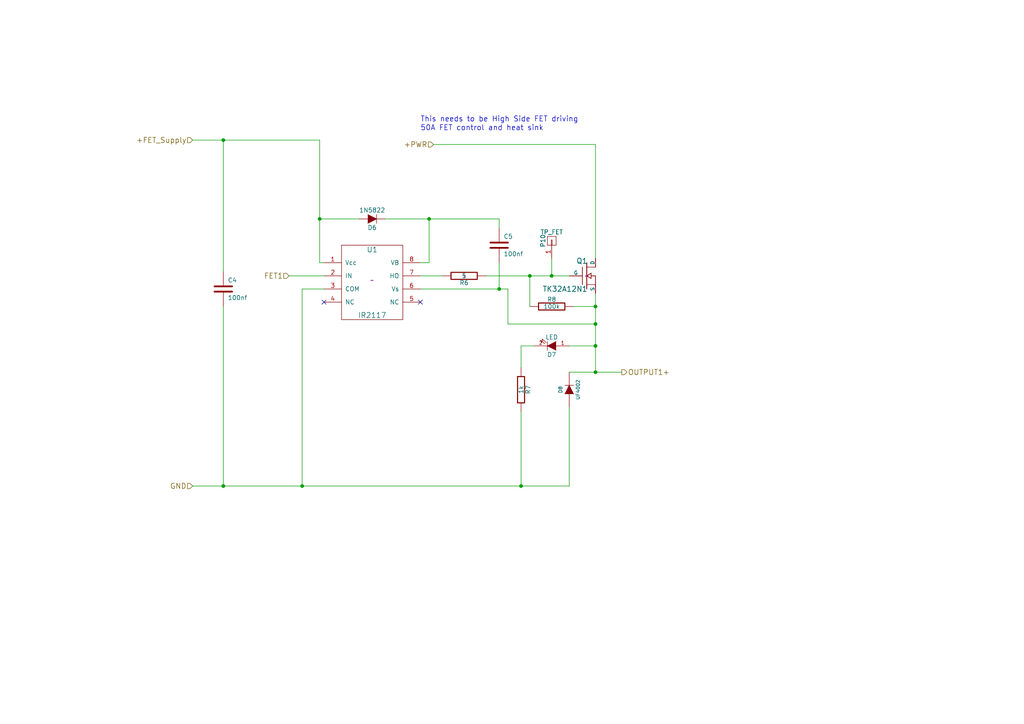
<source format=kicad_sch>
(kicad_sch (version 20230121) (generator eeschema)
  (paper "A4")
  (title_block (title "Renewable Regulator") (date "2017-04-04") (rev "1") (company "RE-Innovation"))
  (lib_symbols
    (symbol "RenewableRegulatorPCB_2017-rescue:C-RESCUE-RenewableRegulatorPCB_2017" (pin_numbers hide) (pin_names (offset 0.254))
      (property "Reference" "C" (at 1.27 2.54 0))
      (property "Value" "C-RESCUE-RenewableRegulatorPCB_2017" (at 1.27 -2.54 0))
      (symbol "C-RESCUE-RenewableRegulatorPCB_2017_0_1"
        (polyline (pts (xy -2.54 -0.762) (xy 2.54 -0.762)) (stroke (width 0.508)))
        (polyline (pts (xy -2.54 0.762) (xy 2.54 0.762)) (stroke (width 0.508)))
      )
      (symbol "C-RESCUE-RenewableRegulatorPCB_2017_1_1"
        (pin passive line (at 0 5.08 270) (length 4.318) (name "~") (number "1"))
        (pin passive line (at 0 -5.08 90) (length 4.318) (name "~") (number "2"))
      )
    )
    (symbol "RenewableRegulatorPCB_2017-rescue:CONN_01X01" (pin_names (offset 1.016) hide)
      (property "Reference" "P" (at 0 2.54 0))
      (property "Value" "CONN_01X01" (at 2.54 0 90))
      (symbol "CONN_01X01_0_1"
        (rectangle (start -1.27 0.127) (end 0.254 -0.127))
        (rectangle (start -1.27 1.27) (end 1.27 -1.27))
      )
      (symbol "CONN_01X01_1_1"
        (pin passive line (at -5.08 0 0) (length 3.81) (name "P1") (number "1"))
      )
    )
    (symbol "RenewableRegulatorPCB_2017-rescue:D" (pin_numbers hide) (pin_names (offset 1.016) hide)
      (property "Reference" "D" (at 0 2.54 0))
      (property "Value" "D" (at 0 -2.54 0))
      (symbol "D_0_1"
        (polyline (pts (xy -1.27 1.27) (xy -1.27 -1.27)) (stroke (width 0.1524)))
        (polyline (pts (xy 1.27 1.27) (xy -1.27 0) (xy 1.27 -1.27)) (fill (type outline)))
      )
      (symbol "D_1_1"
        (pin passive line (at -3.81 0 0) (length 2.54) (name "K") (number "1"))
        (pin passive line (at 3.81 0 180) (length 2.54) (name "A") (number "2"))
      )
    )
    (symbol "RenewableRegulatorPCB_2017-rescue:IR2117" (pin_names (offset 1.016))
      (property "Reference" "U" (at 0 8.89 0))
      (property "Value" "IR2117" (at 0 -10.16 0))
      (symbol "IR2117_0_1"
        (rectangle (start -8.89 10.16) (end 8.89 -11.43))
      )
      (symbol "IR2117_1_1"
        (pin input line (at -13.97 5.08 0) (length 5.08) (name "Vcc") (number "1"))
        (pin input line (at -13.97 1.27 0) (length 5.08) (name "IN") (number "2"))
        (pin input line (at -13.97 -2.54 0) (length 5.08) (name "COM") (number "3"))
        (pin input line (at -13.97 -6.35 0) (length 5.08) (name "NC") (number "4"))
        (pin input line (at 13.97 -6.35 180) (length 5.08) (name "NC") (number "5"))
        (pin input line (at 13.97 -2.54 180) (length 5.08) (name "Vs") (number "6"))
        (pin input line (at 13.97 1.27 180) (length 5.08) (name "HO") (number "7"))
        (pin input line (at 13.97 5.08 180) (length 5.08) (name "VB") (number "8"))
      )
    )
    (symbol "RenewableRegulatorPCB_2017-rescue:LED-RESCUE-RenewableRegulatorPCB_2017" (pin_names (offset 1.016) hide)
      (property "Reference" "D" (at 0 2.54 0))
      (property "Value" "LED-RESCUE-RenewableRegulatorPCB_2017" (at 0 -2.54 0))
      (symbol "LED-RESCUE-RenewableRegulatorPCB_2017_0_1"
        (polyline (pts (xy 1.27 1.27) (xy 1.27 -1.27)))
        (polyline (pts (xy -1.27 1.27) (xy 1.27 0) (xy -1.27 -1.27)) (fill (type outline)))
        (polyline (pts (xy 1.651 -1.016) (xy 2.794 -2.032) (xy 2.667 -1.397)))
        (polyline (pts (xy 2.032 -0.635) (xy 3.175 -1.651) (xy 3.048 -1.016)))
      )
      (symbol "LED-RESCUE-RenewableRegulatorPCB_2017_1_1"
        (pin passive line (at -5.08 0 0) (length 3.81) (name "A") (number "1"))
        (pin passive line (at 5.08 0 180) (length 3.81) (name "K") (number "2"))
      )
    )
    (symbol "RenewableRegulatorPCB_2017-rescue:R-RESCUE-RenewableRegulatorPCB_2017" (pin_numbers hide) (pin_names (offset 0))
      (property "Reference" "R" (at 2.032 0 90))
      (property "Value" "R-RESCUE-RenewableRegulatorPCB_2017" (at 0 0 90))
      (symbol "R-RESCUE-RenewableRegulatorPCB_2017_0_1"
        (rectangle (start -1.016 3.81) (end 1.016 -3.81) (stroke (width 0.3048)))
      )
      (symbol "R-RESCUE-RenewableRegulatorPCB_2017_1_1"
        (pin passive line (at 0 6.35 270) (length 2.54) (name "~") (number "1"))
        (pin passive line (at 0 -6.35 90) (length 2.54) (name "~") (number "2"))
      )
    )
    (symbol "RenewableRegulatorPCB_2017:DIODE" (pin_numbers hide) (pin_names (offset 1.016) hide)
      (property "Reference" "D" (at 0 2.54 0))
      (property "Value" "DIODE" (at 0 -2.54 0))
      (symbol "DIODE_0_1"
        (polyline (pts (xy 1.27 1.27) (xy 1.27 -1.27)) (stroke (width 0.1524)))
        (polyline (pts (xy -1.27 1.27) (xy 1.27 0) (xy -1.27 -1.27)) (fill (type outline)))
      )
      (symbol "DIODE_1_1"
        (pin passive line (at 5.08 0 180) (length 3.81) (name "K") (number "1"))
        (pin passive line (at -5.08 0 0) (length 3.81) (name "A") (number "2"))
      )
    )
    (symbol "RenewableRegulatorPCB_2017:MOSFET_N" (pin_numbers hide) (pin_names (offset 0))
      (property "Reference" "Q" (at 0.254 4.318 0))
      (property "Value" "MOSFET_N" (at 0.254 -3.81 0))
      (symbol "MOSFET_N_0_1"
        (polyline (pts (xy -1.27 -2.54) (xy -1.27 2.54)) (stroke (width 0.2032)))
        (polyline (pts (xy 0 -3.81) (xy 0 3.81)) (stroke (width 0.254)))
        (polyline (pts (xy 2.54 -2.54) (xy 0 -2.54)))
        (polyline (pts (xy 2.54 2.54) (xy 0 2.54)))
        (polyline (pts (xy 2.54 -2.54) (xy 2.54 0) (xy 1.27 0)) (stroke (width 0.2032)))
        (polyline (pts (xy 1.27 0.762) (xy 1.27 -0.762) (xy 0 0) (xy 1.27 0.762) (xy 1.27 0.762)) (stroke (width 0.2032)))
      )
      (symbol "MOSFET_N_1_1"
        (pin passive line (at 2.54 5.08 270) (length 2.54) (name "D") (number "D"))
        (pin input line (at -5.08 0 0) (length 3.81) (name "G") (number "G"))
        (pin passive line (at 2.54 -5.08 90) (length 2.54) (name "S") (number "S"))
      )
    )
  )
  (junction (at 87.63 140.97))
  (junction (at 144.78 83.82))
  (junction (at 124.46 63.5))
  (junction (at 172.72 88.9))
  (junction (at 172.72 107.95))
  (junction (at 153.67 80.01))
  (junction (at 172.72 93.98))
  (junction (at 151.13 140.97))
  (junction (at 64.77 140.97))
  (junction (at 92.71 63.5))
  (junction (at 172.72 100.33))
  (junction (at 160.02 80.01))
  (junction (at 64.77 40.64))
  (no_connect (at 93.98 87.63))
  (no_connect (at 121.92 87.63))
  (wire (pts (xy 147.32 93.98) (xy 172.72 93.98)))
  (wire (pts (xy 151.13 100.33) (xy 154.94 100.33)))
  (wire (pts (xy 55.88 140.97) (xy 64.77 140.97)))
  (wire (pts (xy 172.72 93.98) (xy 172.72 100.33)))
  (wire (pts (xy 172.72 41.91) (xy 172.72 74.93)))
  (wire (pts (xy 151.13 106.68) (xy 151.13 100.33)))
  (wire (pts (xy 125.73 41.91) (xy 172.72 41.91)))
  (wire (pts (xy 153.67 88.9) (xy 153.67 80.01)))
  (wire (pts (xy 144.78 76.2) (xy 144.78 83.82)))
  (wire (pts (xy 124.46 63.5) (xy 124.46 76.2)))
  (wire (pts (xy 64.77 140.97) (xy 87.63 140.97)))
  (wire (pts (xy 64.77 40.64) (xy 92.71 40.64)))
  (wire (pts (xy 172.72 88.9) (xy 172.72 93.98)))
  (wire (pts (xy 124.46 63.5) (xy 144.78 63.5)))
  (wire (pts (xy 151.13 140.97) (xy 165.1 140.97)))
  (wire (pts (xy 165.1 107.95) (xy 172.72 107.95)))
  (wire (pts (xy 160.02 74.93) (xy 160.02 80.01)))
  (wire (pts (xy 92.71 40.64) (xy 92.71 63.5)))
  (wire (pts (xy 121.92 83.82) (xy 144.78 83.82)))
  (wire (pts (xy 92.71 63.5) (xy 104.14 63.5)))
  (wire (pts (xy 172.72 100.33) (xy 172.72 107.95)))
  (wire (pts (xy 166.37 88.9) (xy 172.72 88.9)))
  (wire (pts (xy 144.78 63.5) (xy 144.78 66.04)))
  (wire (pts (xy 165.1 100.33) (xy 172.72 100.33)))
  (wire (pts (xy 83.82 80.01) (xy 93.98 80.01)))
  (wire (pts (xy 124.46 76.2) (xy 121.92 76.2)))
  (wire (pts (xy 55.88 40.64) (xy 64.77 40.64)))
  (wire (pts (xy 64.77 88.9) (xy 64.77 140.97)))
  (wire (pts (xy 172.72 107.95) (xy 180.34 107.95)))
  (wire (pts (xy 87.63 83.82) (xy 87.63 140.97)))
  (wire (pts (xy 147.32 83.82) (xy 147.32 93.98)))
  (wire (pts (xy 151.13 119.38) (xy 151.13 140.97)))
  (wire (pts (xy 87.63 140.97) (xy 151.13 140.97)))
  (wire (pts (xy 140.97 80.01) (xy 153.67 80.01)))
  (wire (pts (xy 144.78 83.82) (xy 147.32 83.82)))
  (wire (pts (xy 64.77 78.74) (xy 64.77 40.64)))
  (wire (pts (xy 160.02 80.01) (xy 165.1 80.01)))
  (wire (pts (xy 111.76 63.5) (xy 124.46 63.5)))
  (wire (pts (xy 172.72 85.09) (xy 172.72 88.9)))
  (wire (pts (xy 165.1 140.97) (xy 165.1 118.11)))
  (wire (pts (xy 153.67 80.01) (xy 160.02 80.01)))
  (wire (pts (xy 92.71 76.2) (xy 93.98 76.2)))
  (wire (pts (xy 92.71 63.5) (xy 92.71 76.2)))
  (wire (pts (xy 93.98 83.82) (xy 87.63 83.82)))
  (wire (pts (xy 121.92 80.01) (xy 128.27 80.01)))
  (text "50A FET control and heat sink" (at 121.92 38.1 0) (effects (font (size 1.524 1.524)) (justify left bottom)))
  (text "This needs to be High Side FET driving" (at 121.92 35.56 0) (effects (font (size 1.524 1.524)) (justify left bottom)))
  (hierarchical_label "OUTPUT1+" (shape output) (at 180.34 107.95 0) (effects (font (size 1.524 1.524))))
  (hierarchical_label "+PWR" (shape input) (at 125.73 41.91 180) (effects (font (size 1.524 1.524))))
  (hierarchical_label "FET1" (shape input) (at 83.82 80.01 180) (effects (font (size 1.524 1.524))))
  (hierarchical_label "GND" (shape input) (at 55.88 140.97 180) (effects (font (size 1.524 1.524))))
  (hierarchical_label "+FET_Supply" (shape input) (at 55.88 40.64 180) (effects (font (size 1.524 1.524))))
  (symbol (lib_id "RenewableRegulatorPCB_2017-rescue:C-RESCUE-RenewableRegulatorPCB_2017") (at 64.77 83.82 0) (unit 1)
    (property "Reference" "C4" (at 66.04 81.28 0) (effects (justify left)))
    (property "Value" "100nf" (at 66.04 86.36 0) (effects (justify left)))
    (property "Footprint" "matts_components:C1_wide_lg_pad" (effects hide))
  )
  (symbol (lib_id "RenewableRegulatorPCB_2017:MOSFET_N") (at 170.18 80.01 0) (unit 1)
    (property "Reference" "Q1" (at 170.434 75.692 0) (effects (font (size 1.524 1.524)) (justify right)))
    (property "Value" "TK32A12N1" (at 170.434 83.82 0) (effects (font (size 1.524 1.524)) (justify right)))
    (property "Footprint" "matts_components:TO220_VERT_BUZ11_matt" (effects hide))
    (property "Datasheet" "http://uk.rs-online.com/web/p/mosfet-transistors/8962344/" (effects hide))
    (property "Notes" "~" (at 170.18 80.01 0) (effects (font (size 1.524 1.524))))
    (property "Description" "N Channel MOSFET 60A 120V Rds 13m" (effects hide))
    (property "Manufacturer" "Toshiba" (effects hide))
    (property "Manufacturer Part No" "TK32A12N1,S4X" (effects hide))
    (property "Supplier 1" "RS" (effects hide))
    (property "Supplier 1 Part No" "896-2344" (effects hide))
    (property "Supplier 1 Cost" "0.41" (effects hide))
  )
  (symbol (lib_id "RenewableRegulatorPCB_2017-rescue:R-RESCUE-RenewableRegulatorPCB_2017") (at 160.02 88.9 90) (unit 1)
    (property "Reference" "R8" (at 160.02 86.868 90))
    (property "Value" "100k" (at 160.02 88.9 90))
    (property "Footprint" "REInnovationFootprint:TH_Resistor_1" (effects hide))
  )
  (symbol (lib_id "RenewableRegulatorPCB_2017-rescue:R-RESCUE-RenewableRegulatorPCB_2017") (at 151.13 113.03 0) (unit 1)
    (property "Reference" "R7" (at 153.162 113.03 90))
    (property "Value" "1k" (at 151.13 113.03 90))
    (property "Footprint" "REInnovationFootprint:TH_Resistor_1" (effects hide))
  )
  (symbol (lib_id "RenewableRegulatorPCB_2017-rescue:LED-RESCUE-RenewableRegulatorPCB_2017") (at 160.02 100.33 180) (unit 1)
    (property "Reference" "D7" (at 160.02 102.87 0))
    (property "Value" "LED" (at 160.02 97.79 0))
    (property "Footprint" "REInnovationFootprint:TH_LED-5MM_larg_pad" (effects hide))
    (property "Notes" "~" (at 160.02 100.33 0) (effects (font (size 1.524 1.524))))
    (property "Supplier 1 Cost" "0.1" (effects hide))
  )
  (symbol (lib_id "RenewableRegulatorPCB_2017:DIODE") (at 165.1 113.03 90) (unit 1)
    (property "Reference" "D8" (at 162.56 113.03 0) (effects (font (size 1.016 1.016))))
    (property "Value" "UF4002" (at 167.64 113.03 0) (effects (font (size 1.016 1.016))))
    (property "Footprint" "REInnovationFootprint:TH_Diode_1" (effects hide))
    (property "Datasheet" "http://docs-europe.electrocomponents.com/webdocs/12cf/0900766b812cffe7.pdf" (effects hide))
    (property "Notes" "~" (at 165.1 113.03 0) (effects (font (size 1.524 1.524))))
    (property "Description" "Fast rectifier for Flyback. 100V" (effects hide))
    (property "Manufacturer" "Vishay" (effects hide))
    (property "Manufacturer Part No" "UF4002-E3" (effects hide))
    (property "Supplier 1" "RS" (effects hide))
    (property "Supplier 1 Part No" "628-9732" (effects hide))
    (property "Supplier 1 Cost" "0.12" (effects hide))
  )
  (symbol (lib_id "RenewableRegulatorPCB_2017-rescue:IR2117") (at 107.95 81.28 0) (unit 1)
    (property "Reference" "U1" (at 107.95 72.39 0) (effects (font (size 1.524 1.524))))
    (property "Value" "IR2117" (at 107.95 91.44 0) (effects (font (size 1.524 1.524))))
    (property "Footprint" "REInnovationFootprint:DIP-8_300_ELL" (effects hide))
    (property "Datasheet" "http://www.infineon.com/dgdl/ir2117.pdf?fileId=5546d462533600a4015355c84331168d" (effects hide))
    (property "Notes" "~" (at 107.95 81.28 0) (effects (font (size 1.524 1.524))))
    (property "Description" "High Voltage High Side FET driver" (effects hide))
    (property "Manufacturer" "Infineon" (effects hide))
    (property "Manufacturer Part No" "IR2117PBF" (effects hide))
    (property "Supplier 1" "RS" (effects hide))
    (property "Supplier 1 Part No" "540-9711" (effects hide))
    (property "Supplier 1 Cost" "1.76" (effects hide))
    (property "Supplier 2" "DigiKey" (effects hide))
  )
  (symbol (lib_id "RenewableRegulatorPCB_2017-rescue:D") (at 107.95 63.5 180) (unit 1)
    (property "Reference" "D6" (at 107.95 66.04 0))
    (property "Value" "1N5822" (at 107.95 60.96 0))
    (property "Footprint" "REInnovationFootprint:TH_Diode_1" (effects hide))
    (property "Datasheet" "http://docs-europe.electrocomponents.com/webdocs/14bb/0900766b814bbef7.pdf" (effects hide))
    (property "Notes" "~" (at 107.95 63.5 0) (effects (font (size 1.524 1.524))))
    (property "Description" "Schottky Diode >1A" (effects hide))
    (property "Manufacturer" "HY Electronic Corp" (effects hide))
    (property "Manufacturer Part No" "1N5822" (effects hide))
    (property "Supplier 1" "RS" (effects hide))
    (property "Supplier 1 Part No" "917-9102" (effects hide))
    (property "Supplier 1 Cost" "0.045" (effects hide))
  )
  (symbol (lib_id "RenewableRegulatorPCB_2017-rescue:C-RESCUE-RenewableRegulatorPCB_2017") (at 144.78 71.12 0) (unit 1)
    (property "Reference" "C5" (at 146.05 68.58 0) (effects (justify left)))
    (property "Value" "100nf" (at 146.05 73.66 0) (effects (justify left)))
    (property "Footprint" "matts_components:C1_wide_lg_pad" (effects hide))
  )
  (symbol (lib_id "RenewableRegulatorPCB_2017-rescue:R-RESCUE-RenewableRegulatorPCB_2017") (at 134.62 80.01 270) (unit 1)
    (property "Reference" "R6" (at 134.62 82.042 90))
    (property "Value" "5" (at 134.62 80.01 90))
    (property "Footprint" "REInnovationFootprint:TH_Resistor_1" (effects hide))
    (property "Notes" "~" (at 134.62 80.01 0) (effects (font (size 1.524 1.524))))
  )
  (symbol (lib_id "RenewableRegulatorPCB_2017-rescue:CONN_01X01") (at 160.02 69.85 90) (unit 1)
    (property "Reference" "P10" (at 157.48 69.85 0))
    (property "Value" "TP_FET" (at 160.02 67.31 90))
    (property "Footprint" "matts_components:1pin_0_8mm" (effects hide))
  )
)
</source>
